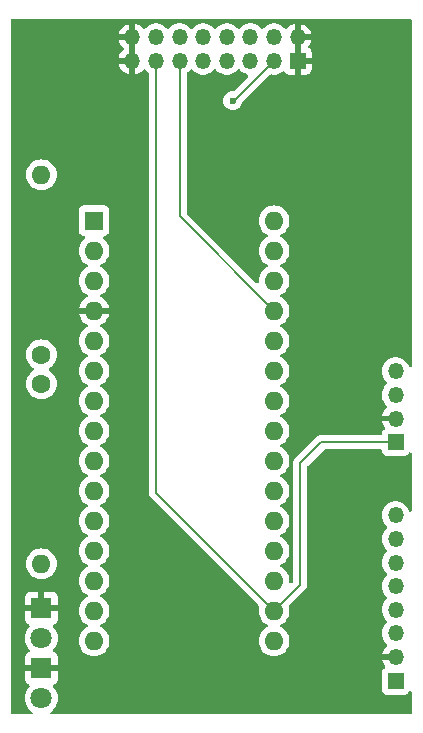
<source format=gbr>
%TF.GenerationSoftware,KiCad,Pcbnew,8.0.8*%
%TF.CreationDate,2025-01-20T01:16:46+01:00*%
%TF.ProjectId,NANO_MPU_SD_2Layers,4e414e4f-5f4d-4505-955f-53445f324c61,rev?*%
%TF.SameCoordinates,Original*%
%TF.FileFunction,Copper,L2,Bot*%
%TF.FilePolarity,Positive*%
%FSLAX46Y46*%
G04 Gerber Fmt 4.6, Leading zero omitted, Abs format (unit mm)*
G04 Created by KiCad (PCBNEW 8.0.8) date 2025-01-20 01:16:46*
%MOMM*%
%LPD*%
G01*
G04 APERTURE LIST*
%TA.AperFunction,ComponentPad*%
%ADD10R,1.800000X1.800000*%
%TD*%
%TA.AperFunction,ComponentPad*%
%ADD11C,1.800000*%
%TD*%
%TA.AperFunction,ComponentPad*%
%ADD12C,1.600000*%
%TD*%
%TA.AperFunction,ComponentPad*%
%ADD13O,1.600000X1.600000*%
%TD*%
%TA.AperFunction,ComponentPad*%
%ADD14R,1.350000X1.350000*%
%TD*%
%TA.AperFunction,ComponentPad*%
%ADD15O,1.350000X1.350000*%
%TD*%
%TA.AperFunction,ComponentPad*%
%ADD16R,1.600000X1.600000*%
%TD*%
%TA.AperFunction,ViaPad*%
%ADD17C,0.600000*%
%TD*%
%TA.AperFunction,Conductor*%
%ADD18C,0.200000*%
%TD*%
G04 APERTURE END LIST*
D10*
%TO.P,D2,1,K*%
%TO.N,GND*%
X53100000Y-105530000D03*
D11*
%TO.P,D2,2,A*%
%TO.N,Net-(D2-A)*%
X53100000Y-108070000D03*
%TD*%
%TO.P,D1,2,A*%
%TO.N,Net-(D1-A)*%
X53100000Y-103000000D03*
D10*
%TO.P,D1,1,K*%
%TO.N,GND*%
X53100000Y-100460000D03*
%TD*%
D12*
%TO.P,R2,1*%
%TO.N,Net-(A1-D5)*%
X53100000Y-81460000D03*
D13*
%TO.P,R2,2*%
%TO.N,Net-(D1-A)*%
X53100000Y-96700000D03*
%TD*%
D14*
%TO.P,J2,1,ePin_b2*%
%TO.N,GND*%
X74800000Y-54100000D03*
D15*
%TO.P,J2,2,ePin_a2*%
X74800000Y-52100000D03*
%TO.P,J2,3,eePin_b4*%
%TO.N,Net-(A1-D12)*%
X72800000Y-54100000D03*
%TO.P,J2,4,ePin_a4*%
X72800000Y-52100000D03*
%TO.P,J2,5,ePin_b6*%
%TO.N,Net-(A1-D13)*%
X70800000Y-54100000D03*
%TO.P,J2,6,ePin_a6*%
X70800000Y-52100000D03*
%TO.P,J2,7,ePin_b8*%
%TO.N,Net-(A1-D11)*%
X68800000Y-54100000D03*
%TO.P,J2,8,ePin_a8*%
X68800000Y-52100000D03*
%TO.P,J2,9,ePin_b10*%
%TO.N,Net-(A1-D10)*%
X66800000Y-54100000D03*
%TO.P,J2,10,ePin_a10*%
X66800000Y-52100000D03*
%TO.P,J2,11,ePin_b12*%
%TO.N,+5V*%
X64800000Y-54100000D03*
%TO.P,J2,12,ePin_a12*%
X64800000Y-52100000D03*
%TO.P,J2,13,Pin_b14*%
%TO.N,+3.3V*%
X62800000Y-54100000D03*
%TO.P,J2,14,ePin_a14*%
X62800000Y-52100000D03*
%TO.P,J2,15,ePin_b16*%
%TO.N,GND*%
X60800000Y-54100000D03*
%TO.P,J2,16,ePin_a16*%
X60800000Y-52100000D03*
%TD*%
D16*
%TO.P,A1,1,D1/TX*%
%TO.N,unconnected-(A1-D1{slash}TX-Pad1)*%
X57560000Y-67660000D03*
D13*
%TO.P,A1,2,D0/RX*%
%TO.N,unconnected-(A1-D0{slash}RX-Pad2)*%
X57560000Y-70200000D03*
%TO.P,A1,3,~{RESET}*%
%TO.N,unconnected-(A1-~{RESET}-Pad3)*%
X57560000Y-72740000D03*
%TO.P,A1,4,GND*%
%TO.N,GND*%
X57560000Y-75280000D03*
%TO.P,A1,5,D2*%
%TO.N,unconnected-(A1-D2-Pad5)*%
X57560000Y-77820000D03*
%TO.P,A1,6,D3*%
%TO.N,Net-(A1-D3)*%
X57560000Y-80360000D03*
%TO.P,A1,7,D4*%
%TO.N,unconnected-(A1-D4-Pad7)*%
X57560000Y-82900000D03*
%TO.P,A1,8,D5*%
%TO.N,Net-(A1-D5)*%
X57560000Y-85440000D03*
%TO.P,A1,9,D6*%
%TO.N,unconnected-(A1-D6-Pad9)*%
X57560000Y-87980000D03*
%TO.P,A1,10,D7*%
%TO.N,unconnected-(A1-D7-Pad10)*%
X57560000Y-90520000D03*
%TO.P,A1,11,D8*%
%TO.N,unconnected-(A1-D8-Pad11)*%
X57560000Y-93060000D03*
%TO.P,A1,12,D9*%
%TO.N,unconnected-(A1-D9-Pad12)*%
X57560000Y-95600000D03*
%TO.P,A1,13,D10*%
%TO.N,Net-(A1-D10)*%
X57560000Y-98140000D03*
%TO.P,A1,14,D11*%
%TO.N,Net-(A1-D11)*%
X57560000Y-100680000D03*
%TO.P,A1,15,D12*%
%TO.N,Net-(A1-D12)*%
X57560000Y-103220000D03*
%TO.P,A1,16,D13*%
%TO.N,Net-(A1-D13)*%
X72800000Y-103220000D03*
%TO.P,A1,17,3V3*%
%TO.N,+3.3V*%
X72800000Y-100680000D03*
%TO.P,A1,18,AREF*%
%TO.N,unconnected-(A1-AREF-Pad18)*%
X72800000Y-98140000D03*
%TO.P,A1,19,A0*%
%TO.N,unconnected-(A1-A0-Pad19)*%
X72800000Y-95600000D03*
%TO.P,A1,20,A1*%
%TO.N,unconnected-(A1-A1-Pad20)*%
X72800000Y-93060000D03*
%TO.P,A1,21,A2*%
%TO.N,unconnected-(A1-A2-Pad21)*%
X72800000Y-90520000D03*
%TO.P,A1,22,A3*%
%TO.N,unconnected-(A1-A3-Pad22)*%
X72800000Y-87980000D03*
%TO.P,A1,23,A4*%
%TO.N,Net-(A1-A4)*%
X72800000Y-85440000D03*
%TO.P,A1,24,A5*%
%TO.N,Net-(A1-A5)*%
X72800000Y-82900000D03*
%TO.P,A1,25,A6*%
%TO.N,unconnected-(A1-A6-Pad25)*%
X72800000Y-80360000D03*
%TO.P,A1,26,A7*%
%TO.N,unconnected-(A1-A7-Pad26)*%
X72800000Y-77820000D03*
%TO.P,A1,27,+5V*%
%TO.N,+5V*%
X72800000Y-75280000D03*
%TO.P,A1,28,~{RESET}*%
%TO.N,unconnected-(A1-~{RESET}-Pad28)*%
X72800000Y-72740000D03*
%TO.P,A1,29,GND*%
%TO.N,unconnected-(A1-GND-Pad29)*%
X72800000Y-70200000D03*
%TO.P,A1,30,VIN*%
%TO.N,unconnected-(A1-VIN-Pad30)*%
X72800000Y-67660000D03*
%TD*%
D14*
%TO.P,J3,1,Pin_1*%
%TO.N,+3.3V*%
X83100000Y-86400000D03*
D15*
%TO.P,J3,2,Pin_2*%
%TO.N,GND*%
X83100000Y-84400000D03*
%TO.P,J3,3,Pin_3*%
%TO.N,Net-(A1-A5)*%
X83100000Y-82400000D03*
%TO.P,J3,4,Pin_4*%
%TO.N,Net-(A1-A4)*%
X83100000Y-80400000D03*
%TD*%
D14*
%TO.P,J1,1,Pin_1*%
%TO.N,+3.3V*%
X83100000Y-106600000D03*
D15*
%TO.P,J1,2,Pin_2*%
%TO.N,GND*%
X83100000Y-104600000D03*
%TO.P,J1,3,Pin_3*%
%TO.N,Net-(A1-A5)*%
X83100000Y-102600000D03*
%TO.P,J1,4,Pin_4*%
%TO.N,Net-(A1-A4)*%
X83100000Y-100600000D03*
%TO.P,J1,5,Pin_5*%
%TO.N,unconnected-(J1-Pin_5-Pad5)*%
X83100000Y-98600000D03*
%TO.P,J1,6,Pin_6*%
%TO.N,unconnected-(J1-Pin_6-Pad6)*%
X83100000Y-96600000D03*
%TO.P,J1,7,Pin_7*%
%TO.N,unconnected-(J1-Pin_7-Pad7)*%
X83100000Y-94600000D03*
%TO.P,J1,8,Pin_8*%
%TO.N,unconnected-(J1-Pin_8-Pad8)*%
X83100000Y-92600000D03*
%TD*%
D12*
%TO.P,R1,1*%
%TO.N,Net-(D2-A)*%
X53100000Y-79000000D03*
D13*
%TO.P,R1,2*%
%TO.N,Net-(A1-D3)*%
X53100000Y-63760000D03*
%TD*%
D17*
%TO.N,Net-(A1-D12)*%
X69300000Y-57486930D03*
%TD*%
D18*
%TO.N,+3.3V*%
X72800000Y-100680000D02*
X75000000Y-98480000D01*
X62800000Y-90680000D02*
X72800000Y-100680000D01*
X62800000Y-54100000D02*
X62800000Y-90680000D01*
X75000000Y-98480000D02*
X75000000Y-88200000D01*
X76800000Y-86400000D02*
X75000000Y-88200000D01*
X83100000Y-86400000D02*
X76800000Y-86400000D01*
%TO.N,+5V*%
X64800000Y-54100000D02*
X64800000Y-67280000D01*
X64800000Y-67280000D02*
X72800000Y-75280000D01*
%TO.N,Net-(A1-D12)*%
X72800000Y-54100000D02*
X69413070Y-57486930D01*
X69413070Y-57486930D02*
X69300000Y-57486930D01*
%TD*%
%TA.AperFunction,Conductor*%
%TO.N,GND*%
G36*
X84392539Y-50570185D02*
G01*
X84438294Y-50622989D01*
X84449500Y-50674500D01*
X84449500Y-79958643D01*
X84429815Y-80025682D01*
X84377011Y-80071437D01*
X84307853Y-80081381D01*
X84244297Y-80052356D01*
X84206523Y-79993578D01*
X84206234Y-79992577D01*
X84200819Y-79973545D01*
X84200816Y-79973539D01*
X84193399Y-79958643D01*
X84103712Y-79778528D01*
X83972427Y-79604678D01*
X83811432Y-79457912D01*
X83811428Y-79457909D01*
X83811423Y-79457906D01*
X83626213Y-79343229D01*
X83626207Y-79343226D01*
X83541113Y-79310260D01*
X83423069Y-79264530D01*
X83208926Y-79224500D01*
X82991074Y-79224500D01*
X82776931Y-79264530D01*
X82728130Y-79283435D01*
X82573792Y-79343226D01*
X82573786Y-79343229D01*
X82388576Y-79457906D01*
X82388566Y-79457913D01*
X82227574Y-79604676D01*
X82096288Y-79778527D01*
X81999184Y-79973537D01*
X81999183Y-79973541D01*
X81953726Y-80133308D01*
X81939564Y-80183081D01*
X81919464Y-80399999D01*
X81919464Y-80400000D01*
X81939564Y-80616918D01*
X81939564Y-80616920D01*
X81939565Y-80616923D01*
X81993767Y-80807423D01*
X81999184Y-80826462D01*
X82096288Y-81021472D01*
X82227574Y-81195324D01*
X82351572Y-81308363D01*
X82387854Y-81368074D01*
X82386093Y-81437922D01*
X82351572Y-81491637D01*
X82227574Y-81604675D01*
X82096288Y-81778527D01*
X81999184Y-81973537D01*
X81939564Y-82183081D01*
X81919464Y-82399999D01*
X81919464Y-82400000D01*
X81939564Y-82616918D01*
X81939564Y-82616920D01*
X81939565Y-82616923D01*
X81981830Y-82765468D01*
X81999184Y-82826462D01*
X82096288Y-83021472D01*
X82227574Y-83195324D01*
X82351944Y-83308701D01*
X82388226Y-83368412D01*
X82386465Y-83438259D01*
X82351944Y-83491975D01*
X82227945Y-83605013D01*
X82096715Y-83778791D01*
X81999651Y-83973719D01*
X81949494Y-84149999D01*
X81949495Y-84150000D01*
X82784314Y-84150000D01*
X82779920Y-84154394D01*
X82727259Y-84245606D01*
X82700000Y-84347339D01*
X82700000Y-84452661D01*
X82727259Y-84554394D01*
X82779920Y-84645606D01*
X82784314Y-84650000D01*
X81949495Y-84650000D01*
X81999651Y-84826280D01*
X82096715Y-85021208D01*
X82178147Y-85129042D01*
X82202839Y-85194404D01*
X82188274Y-85262738D01*
X82153505Y-85303035D01*
X82067452Y-85367455D01*
X81981206Y-85482664D01*
X81981202Y-85482671D01*
X81930908Y-85617517D01*
X81924501Y-85677116D01*
X81924322Y-85680452D01*
X81923065Y-85680384D01*
X81904815Y-85742539D01*
X81852011Y-85788294D01*
X81800500Y-85799500D01*
X76720940Y-85799500D01*
X76680019Y-85810464D01*
X76680019Y-85810465D01*
X76642751Y-85820451D01*
X76568214Y-85840423D01*
X76568209Y-85840426D01*
X76431290Y-85919475D01*
X76431282Y-85919481D01*
X74519479Y-87831284D01*
X74499118Y-87866551D01*
X74490512Y-87881459D01*
X74440423Y-87968215D01*
X74399499Y-88120943D01*
X74399499Y-88120945D01*
X74399499Y-88289046D01*
X74399500Y-88289059D01*
X74399500Y-98179902D01*
X74379815Y-98246941D01*
X74363180Y-98267584D01*
X74309427Y-98321336D01*
X74248104Y-98354820D01*
X74178412Y-98349835D01*
X74122479Y-98307964D01*
X74098063Y-98242499D01*
X74098218Y-98222857D01*
X74105468Y-98140000D01*
X74085635Y-97913308D01*
X74026739Y-97693504D01*
X73930568Y-97487266D01*
X73800047Y-97300861D01*
X73800045Y-97300858D01*
X73639141Y-97139954D01*
X73452734Y-97009432D01*
X73452728Y-97009429D01*
X73394725Y-96982382D01*
X73342285Y-96936210D01*
X73323133Y-96869017D01*
X73343348Y-96802135D01*
X73394725Y-96757618D01*
X73452734Y-96730568D01*
X73639139Y-96600047D01*
X73800047Y-96439139D01*
X73930568Y-96252734D01*
X74026739Y-96046496D01*
X74085635Y-95826692D01*
X74105468Y-95600000D01*
X74085635Y-95373308D01*
X74026739Y-95153504D01*
X73930568Y-94947266D01*
X73800047Y-94760861D01*
X73800045Y-94760858D01*
X73639141Y-94599954D01*
X73452734Y-94469432D01*
X73452728Y-94469429D01*
X73394725Y-94442382D01*
X73342285Y-94396210D01*
X73323133Y-94329017D01*
X73343348Y-94262135D01*
X73394725Y-94217618D01*
X73452734Y-94190568D01*
X73639139Y-94060047D01*
X73800047Y-93899139D01*
X73930568Y-93712734D01*
X74026739Y-93506496D01*
X74085635Y-93286692D01*
X74105468Y-93060000D01*
X74085635Y-92833308D01*
X74026739Y-92613504D01*
X73930568Y-92407266D01*
X73800047Y-92220861D01*
X73800045Y-92220858D01*
X73639141Y-92059954D01*
X73452734Y-91929432D01*
X73452728Y-91929429D01*
X73394725Y-91902382D01*
X73342285Y-91856210D01*
X73323133Y-91789017D01*
X73343348Y-91722135D01*
X73394725Y-91677618D01*
X73452734Y-91650568D01*
X73639139Y-91520047D01*
X73800047Y-91359139D01*
X73930568Y-91172734D01*
X74026739Y-90966496D01*
X74085635Y-90746692D01*
X74105468Y-90520000D01*
X74085635Y-90293308D01*
X74026739Y-90073504D01*
X73930568Y-89867266D01*
X73800047Y-89680861D01*
X73800045Y-89680858D01*
X73639141Y-89519954D01*
X73452734Y-89389432D01*
X73452728Y-89389429D01*
X73394725Y-89362382D01*
X73342285Y-89316210D01*
X73323133Y-89249017D01*
X73343348Y-89182135D01*
X73394725Y-89137618D01*
X73452734Y-89110568D01*
X73639139Y-88980047D01*
X73800047Y-88819139D01*
X73930568Y-88632734D01*
X74026739Y-88426496D01*
X74085635Y-88206692D01*
X74105468Y-87980000D01*
X74085635Y-87753308D01*
X74026739Y-87533504D01*
X73930568Y-87327266D01*
X73800047Y-87140861D01*
X73800045Y-87140858D01*
X73639141Y-86979954D01*
X73452734Y-86849432D01*
X73452728Y-86849429D01*
X73394725Y-86822382D01*
X73342285Y-86776210D01*
X73323133Y-86709017D01*
X73343348Y-86642135D01*
X73394725Y-86597618D01*
X73452734Y-86570568D01*
X73639139Y-86440047D01*
X73800047Y-86279139D01*
X73930568Y-86092734D01*
X74026739Y-85886496D01*
X74085635Y-85666692D01*
X74105468Y-85440000D01*
X74085635Y-85213308D01*
X74026739Y-84993504D01*
X73930568Y-84787266D01*
X73800047Y-84600861D01*
X73800045Y-84600858D01*
X73639141Y-84439954D01*
X73452734Y-84309432D01*
X73452728Y-84309429D01*
X73394725Y-84282382D01*
X73342285Y-84236210D01*
X73323133Y-84169017D01*
X73343348Y-84102135D01*
X73394725Y-84057618D01*
X73452734Y-84030568D01*
X73639139Y-83900047D01*
X73800047Y-83739139D01*
X73930568Y-83552734D01*
X74026739Y-83346496D01*
X74085635Y-83126692D01*
X74105468Y-82900000D01*
X74085635Y-82673308D01*
X74026739Y-82453504D01*
X73930568Y-82247266D01*
X73800047Y-82060861D01*
X73800045Y-82060858D01*
X73639141Y-81899954D01*
X73452734Y-81769432D01*
X73452728Y-81769429D01*
X73394725Y-81742382D01*
X73342285Y-81696210D01*
X73323133Y-81629017D01*
X73343348Y-81562135D01*
X73394725Y-81517618D01*
X73452734Y-81490568D01*
X73639139Y-81360047D01*
X73800047Y-81199139D01*
X73930568Y-81012734D01*
X74026739Y-80806496D01*
X74085635Y-80586692D01*
X74105468Y-80360000D01*
X74085635Y-80133308D01*
X74026739Y-79913504D01*
X73930568Y-79707266D01*
X73800047Y-79520861D01*
X73800045Y-79520858D01*
X73639141Y-79359954D01*
X73452734Y-79229432D01*
X73452728Y-79229429D01*
X73394725Y-79202382D01*
X73342285Y-79156210D01*
X73323133Y-79089017D01*
X73343348Y-79022135D01*
X73394725Y-78977618D01*
X73452734Y-78950568D01*
X73639139Y-78820047D01*
X73800047Y-78659139D01*
X73930568Y-78472734D01*
X74026739Y-78266496D01*
X74085635Y-78046692D01*
X74105468Y-77820000D01*
X74085635Y-77593308D01*
X74026739Y-77373504D01*
X73930568Y-77167266D01*
X73800047Y-76980861D01*
X73800045Y-76980858D01*
X73639141Y-76819954D01*
X73452734Y-76689432D01*
X73452728Y-76689429D01*
X73394725Y-76662382D01*
X73342285Y-76616210D01*
X73323133Y-76549017D01*
X73343348Y-76482135D01*
X73394725Y-76437618D01*
X73395319Y-76437341D01*
X73452734Y-76410568D01*
X73639139Y-76280047D01*
X73800047Y-76119139D01*
X73930568Y-75932734D01*
X74026739Y-75726496D01*
X74085635Y-75506692D01*
X74105468Y-75280000D01*
X74085635Y-75053308D01*
X74026739Y-74833504D01*
X73930568Y-74627266D01*
X73800047Y-74440861D01*
X73800045Y-74440858D01*
X73639141Y-74279954D01*
X73452734Y-74149432D01*
X73452728Y-74149429D01*
X73394725Y-74122382D01*
X73342285Y-74076210D01*
X73323133Y-74009017D01*
X73343348Y-73942135D01*
X73394725Y-73897618D01*
X73452734Y-73870568D01*
X73639139Y-73740047D01*
X73800047Y-73579139D01*
X73930568Y-73392734D01*
X74026739Y-73186496D01*
X74085635Y-72966692D01*
X74105468Y-72740000D01*
X74085635Y-72513308D01*
X74026739Y-72293504D01*
X73930568Y-72087266D01*
X73800047Y-71900861D01*
X73800045Y-71900858D01*
X73639141Y-71739954D01*
X73452734Y-71609432D01*
X73452728Y-71609429D01*
X73394725Y-71582382D01*
X73342285Y-71536210D01*
X73323133Y-71469017D01*
X73343348Y-71402135D01*
X73394725Y-71357618D01*
X73452734Y-71330568D01*
X73639139Y-71200047D01*
X73800047Y-71039139D01*
X73930568Y-70852734D01*
X74026739Y-70646496D01*
X74085635Y-70426692D01*
X74105468Y-70200000D01*
X74085635Y-69973308D01*
X74026739Y-69753504D01*
X73930568Y-69547266D01*
X73800047Y-69360861D01*
X73800045Y-69360858D01*
X73639141Y-69199954D01*
X73452734Y-69069432D01*
X73452728Y-69069429D01*
X73394725Y-69042382D01*
X73342285Y-68996210D01*
X73323133Y-68929017D01*
X73343348Y-68862135D01*
X73394725Y-68817618D01*
X73452734Y-68790568D01*
X73639139Y-68660047D01*
X73800047Y-68499139D01*
X73930568Y-68312734D01*
X74026739Y-68106496D01*
X74085635Y-67886692D01*
X74105468Y-67660000D01*
X74085635Y-67433308D01*
X74026739Y-67213504D01*
X73930568Y-67007266D01*
X73800047Y-66820861D01*
X73800045Y-66820858D01*
X73639141Y-66659954D01*
X73452734Y-66529432D01*
X73452732Y-66529431D01*
X73246497Y-66433261D01*
X73246488Y-66433258D01*
X73026697Y-66374366D01*
X73026693Y-66374365D01*
X73026692Y-66374365D01*
X73026691Y-66374364D01*
X73026686Y-66374364D01*
X72800002Y-66354532D01*
X72799998Y-66354532D01*
X72573313Y-66374364D01*
X72573302Y-66374366D01*
X72353511Y-66433258D01*
X72353502Y-66433261D01*
X72147267Y-66529431D01*
X72147265Y-66529432D01*
X71960858Y-66659954D01*
X71799954Y-66820858D01*
X71669432Y-67007265D01*
X71669431Y-67007267D01*
X71573261Y-67213502D01*
X71573258Y-67213511D01*
X71514366Y-67433302D01*
X71514364Y-67433313D01*
X71494532Y-67659998D01*
X71494532Y-67660001D01*
X71514364Y-67886686D01*
X71514366Y-67886697D01*
X71573258Y-68106488D01*
X71573261Y-68106497D01*
X71669431Y-68312732D01*
X71669432Y-68312734D01*
X71799954Y-68499141D01*
X71960858Y-68660045D01*
X71960861Y-68660047D01*
X72147266Y-68790568D01*
X72205275Y-68817618D01*
X72257714Y-68863791D01*
X72276866Y-68930984D01*
X72256650Y-68997865D01*
X72205275Y-69042382D01*
X72147267Y-69069431D01*
X72147265Y-69069432D01*
X71960858Y-69199954D01*
X71799954Y-69360858D01*
X71669432Y-69547265D01*
X71669431Y-69547267D01*
X71573261Y-69753502D01*
X71573258Y-69753511D01*
X71514366Y-69973302D01*
X71514364Y-69973313D01*
X71494532Y-70199998D01*
X71494532Y-70200001D01*
X71514364Y-70426686D01*
X71514366Y-70426697D01*
X71573258Y-70646488D01*
X71573261Y-70646497D01*
X71669431Y-70852732D01*
X71669432Y-70852734D01*
X71799954Y-71039141D01*
X71960858Y-71200045D01*
X71960861Y-71200047D01*
X72147266Y-71330568D01*
X72205275Y-71357618D01*
X72257714Y-71403791D01*
X72276866Y-71470984D01*
X72256650Y-71537865D01*
X72205275Y-71582382D01*
X72147267Y-71609431D01*
X72147265Y-71609432D01*
X71960858Y-71739954D01*
X71799954Y-71900858D01*
X71669432Y-72087265D01*
X71669431Y-72087267D01*
X71573261Y-72293502D01*
X71573258Y-72293511D01*
X71514366Y-72513302D01*
X71514364Y-72513313D01*
X71494532Y-72739998D01*
X71494532Y-72740002D01*
X71501780Y-72822848D01*
X71488013Y-72891348D01*
X71439398Y-72941531D01*
X71371369Y-72957464D01*
X71305526Y-72934089D01*
X71290571Y-72921336D01*
X65436819Y-67067584D01*
X65403334Y-67006261D01*
X65400500Y-66979903D01*
X65400500Y-55179840D01*
X65420185Y-55112801D01*
X65459220Y-55074415D01*
X65511432Y-55042088D01*
X65672427Y-54895322D01*
X65701047Y-54857422D01*
X65757153Y-54815787D01*
X65826865Y-54811094D01*
X65888048Y-54844836D01*
X65898946Y-54857414D01*
X65927573Y-54895322D01*
X66088568Y-55042088D01*
X66088575Y-55042092D01*
X66088576Y-55042093D01*
X66273786Y-55156770D01*
X66273792Y-55156773D01*
X66296664Y-55165633D01*
X66476931Y-55235470D01*
X66691074Y-55275500D01*
X66691076Y-55275500D01*
X66908924Y-55275500D01*
X66908926Y-55275500D01*
X67123069Y-55235470D01*
X67326210Y-55156772D01*
X67511432Y-55042088D01*
X67672427Y-54895322D01*
X67701047Y-54857422D01*
X67757153Y-54815787D01*
X67826865Y-54811094D01*
X67888048Y-54844836D01*
X67898946Y-54857414D01*
X67927573Y-54895322D01*
X68088568Y-55042088D01*
X68088575Y-55042092D01*
X68088576Y-55042093D01*
X68273786Y-55156770D01*
X68273792Y-55156773D01*
X68296664Y-55165633D01*
X68476931Y-55235470D01*
X68691074Y-55275500D01*
X68691076Y-55275500D01*
X68908924Y-55275500D01*
X68908926Y-55275500D01*
X69123069Y-55235470D01*
X69326210Y-55156772D01*
X69511432Y-55042088D01*
X69672427Y-54895322D01*
X69701047Y-54857422D01*
X69757153Y-54815787D01*
X69826865Y-54811094D01*
X69888048Y-54844836D01*
X69898946Y-54857414D01*
X69927573Y-54895322D01*
X70088568Y-55042088D01*
X70088575Y-55042092D01*
X70088576Y-55042093D01*
X70273786Y-55156770D01*
X70273792Y-55156773D01*
X70302159Y-55167762D01*
X70476931Y-55235470D01*
X70530767Y-55245533D01*
X70593046Y-55277199D01*
X70628320Y-55337511D01*
X70625387Y-55407319D01*
X70595662Y-55455102D01*
X69404596Y-56646167D01*
X69343273Y-56679652D01*
X69303035Y-56681706D01*
X69300000Y-56681365D01*
X69299999Y-56681365D01*
X69299996Y-56681365D01*
X69120750Y-56701560D01*
X69120745Y-56701561D01*
X68950476Y-56761141D01*
X68797737Y-56857114D01*
X68670184Y-56984667D01*
X68574211Y-57137406D01*
X68514631Y-57307675D01*
X68514630Y-57307680D01*
X68494435Y-57486926D01*
X68494435Y-57486933D01*
X68514630Y-57666179D01*
X68514631Y-57666184D01*
X68574211Y-57836453D01*
X68670184Y-57989192D01*
X68797738Y-58116746D01*
X68950478Y-58212719D01*
X69120745Y-58272298D01*
X69120750Y-58272299D01*
X69299996Y-58292495D01*
X69300000Y-58292495D01*
X69300004Y-58292495D01*
X69479249Y-58272299D01*
X69479252Y-58272298D01*
X69479255Y-58272298D01*
X69649522Y-58212719D01*
X69802262Y-58116746D01*
X69929816Y-57989192D01*
X70025789Y-57836452D01*
X70077269Y-57689327D01*
X70106627Y-57642606D01*
X72461747Y-55287486D01*
X72523068Y-55254003D01*
X72572206Y-55253280D01*
X72691074Y-55275500D01*
X72691076Y-55275500D01*
X72908924Y-55275500D01*
X72908926Y-55275500D01*
X73123069Y-55235470D01*
X73326210Y-55156772D01*
X73511432Y-55042088D01*
X73522779Y-55031743D01*
X73585579Y-55001125D01*
X73654966Y-55009319D01*
X73705585Y-55049067D01*
X73767809Y-55132187D01*
X73767812Y-55132190D01*
X73882906Y-55218350D01*
X73882913Y-55218354D01*
X74017620Y-55268596D01*
X74017627Y-55268598D01*
X74077155Y-55274999D01*
X74077172Y-55275000D01*
X74550000Y-55275000D01*
X74550000Y-54415686D01*
X74554394Y-54420080D01*
X74645606Y-54472741D01*
X74747339Y-54500000D01*
X74852661Y-54500000D01*
X74954394Y-54472741D01*
X75045606Y-54420080D01*
X75050000Y-54415686D01*
X75050000Y-55275000D01*
X75522828Y-55275000D01*
X75522844Y-55274999D01*
X75582372Y-55268598D01*
X75582379Y-55268596D01*
X75717086Y-55218354D01*
X75717093Y-55218350D01*
X75832187Y-55132190D01*
X75832190Y-55132187D01*
X75918350Y-55017093D01*
X75918354Y-55017086D01*
X75968596Y-54882379D01*
X75968598Y-54882372D01*
X75974999Y-54822844D01*
X75975000Y-54822827D01*
X75975000Y-54350000D01*
X75115686Y-54350000D01*
X75120080Y-54345606D01*
X75172741Y-54254394D01*
X75200000Y-54152661D01*
X75200000Y-54047339D01*
X75172741Y-53945606D01*
X75120080Y-53854394D01*
X75115686Y-53850000D01*
X75975000Y-53850000D01*
X75975000Y-53377172D01*
X75974999Y-53377155D01*
X75968598Y-53317627D01*
X75968596Y-53317620D01*
X75918354Y-53182913D01*
X75918350Y-53182906D01*
X75832190Y-53067812D01*
X75746193Y-53003434D01*
X75704323Y-52947500D01*
X75699339Y-52877808D01*
X75721551Y-52829441D01*
X75803284Y-52721208D01*
X75900348Y-52526280D01*
X75950505Y-52350000D01*
X75115686Y-52350000D01*
X75120080Y-52345606D01*
X75172741Y-52254394D01*
X75200000Y-52152661D01*
X75200000Y-52047339D01*
X75172741Y-51945606D01*
X75120080Y-51854394D01*
X75115686Y-51850000D01*
X75950505Y-51850000D01*
X75950505Y-51849999D01*
X75900348Y-51673719D01*
X75803284Y-51478791D01*
X75672054Y-51305014D01*
X75511131Y-51158314D01*
X75325987Y-51043677D01*
X75325985Y-51043676D01*
X75122931Y-50965013D01*
X75122921Y-50965010D01*
X75050001Y-50951378D01*
X75050000Y-50951379D01*
X75050000Y-51784314D01*
X75045606Y-51779920D01*
X74954394Y-51727259D01*
X74852661Y-51700000D01*
X74747339Y-51700000D01*
X74645606Y-51727259D01*
X74554394Y-51779920D01*
X74550000Y-51784314D01*
X74550000Y-50951379D01*
X74549998Y-50951378D01*
X74477078Y-50965010D01*
X74477068Y-50965013D01*
X74274014Y-51043676D01*
X74274012Y-51043677D01*
X74088869Y-51158314D01*
X74088868Y-51158314D01*
X73927945Y-51305014D01*
X73899267Y-51342990D01*
X73843157Y-51384626D01*
X73773445Y-51389317D01*
X73712264Y-51355575D01*
X73701359Y-51342990D01*
X73692547Y-51331321D01*
X73672427Y-51304678D01*
X73511432Y-51157912D01*
X73511428Y-51157909D01*
X73511423Y-51157906D01*
X73326213Y-51043229D01*
X73326207Y-51043226D01*
X73241113Y-51010260D01*
X73123069Y-50964530D01*
X72908926Y-50924500D01*
X72691074Y-50924500D01*
X72476931Y-50964530D01*
X72428130Y-50983435D01*
X72273792Y-51043226D01*
X72273786Y-51043229D01*
X72088576Y-51157906D01*
X72088566Y-51157913D01*
X71927573Y-51304676D01*
X71898953Y-51342576D01*
X71842844Y-51384211D01*
X71773132Y-51388902D01*
X71711950Y-51355159D01*
X71701047Y-51342576D01*
X71672426Y-51304676D01*
X71511433Y-51157913D01*
X71511423Y-51157906D01*
X71326213Y-51043229D01*
X71326207Y-51043226D01*
X71241113Y-51010260D01*
X71123069Y-50964530D01*
X70908926Y-50924500D01*
X70691074Y-50924500D01*
X70476931Y-50964530D01*
X70428130Y-50983435D01*
X70273792Y-51043226D01*
X70273786Y-51043229D01*
X70088576Y-51157906D01*
X70088566Y-51157913D01*
X69927573Y-51304676D01*
X69898953Y-51342576D01*
X69842844Y-51384211D01*
X69773132Y-51388902D01*
X69711950Y-51355159D01*
X69701047Y-51342576D01*
X69672426Y-51304676D01*
X69511433Y-51157913D01*
X69511423Y-51157906D01*
X69326213Y-51043229D01*
X69326207Y-51043226D01*
X69241113Y-51010260D01*
X69123069Y-50964530D01*
X68908926Y-50924500D01*
X68691074Y-50924500D01*
X68476931Y-50964530D01*
X68428130Y-50983435D01*
X68273792Y-51043226D01*
X68273786Y-51043229D01*
X68088576Y-51157906D01*
X68088566Y-51157913D01*
X67927573Y-51304676D01*
X67898953Y-51342576D01*
X67842844Y-51384211D01*
X67773132Y-51388902D01*
X67711950Y-51355159D01*
X67701047Y-51342576D01*
X67672426Y-51304676D01*
X67511433Y-51157913D01*
X67511423Y-51157906D01*
X67326213Y-51043229D01*
X67326207Y-51043226D01*
X67241113Y-51010260D01*
X67123069Y-50964530D01*
X66908926Y-50924500D01*
X66691074Y-50924500D01*
X66476931Y-50964530D01*
X66428130Y-50983435D01*
X66273792Y-51043226D01*
X66273786Y-51043229D01*
X66088576Y-51157906D01*
X66088566Y-51157913D01*
X65927573Y-51304676D01*
X65898953Y-51342576D01*
X65842844Y-51384211D01*
X65773132Y-51388902D01*
X65711950Y-51355159D01*
X65701047Y-51342576D01*
X65672426Y-51304676D01*
X65511433Y-51157913D01*
X65511423Y-51157906D01*
X65326213Y-51043229D01*
X65326207Y-51043226D01*
X65241113Y-51010260D01*
X65123069Y-50964530D01*
X64908926Y-50924500D01*
X64691074Y-50924500D01*
X64476931Y-50964530D01*
X64428130Y-50983435D01*
X64273792Y-51043226D01*
X64273786Y-51043229D01*
X64088576Y-51157906D01*
X64088566Y-51157913D01*
X63927573Y-51304676D01*
X63898953Y-51342576D01*
X63842844Y-51384211D01*
X63773132Y-51388902D01*
X63711950Y-51355159D01*
X63701047Y-51342576D01*
X63672426Y-51304676D01*
X63511433Y-51157913D01*
X63511423Y-51157906D01*
X63326213Y-51043229D01*
X63326207Y-51043226D01*
X63241113Y-51010260D01*
X63123069Y-50964530D01*
X62908926Y-50924500D01*
X62691074Y-50924500D01*
X62476931Y-50964530D01*
X62428130Y-50983435D01*
X62273792Y-51043226D01*
X62273786Y-51043229D01*
X62088576Y-51157906D01*
X62088566Y-51157913D01*
X61927574Y-51304676D01*
X61898640Y-51342991D01*
X61842530Y-51384627D01*
X61772818Y-51389318D01*
X61711637Y-51355576D01*
X61700731Y-51342990D01*
X61672051Y-51305011D01*
X61672050Y-51305010D01*
X61511131Y-51158314D01*
X61325987Y-51043677D01*
X61325985Y-51043676D01*
X61122931Y-50965013D01*
X61122921Y-50965010D01*
X61050001Y-50951378D01*
X61050000Y-50951379D01*
X61050000Y-51784314D01*
X61045606Y-51779920D01*
X60954394Y-51727259D01*
X60852661Y-51700000D01*
X60747339Y-51700000D01*
X60645606Y-51727259D01*
X60554394Y-51779920D01*
X60550000Y-51784314D01*
X60550000Y-50951379D01*
X60549998Y-50951378D01*
X60477078Y-50965010D01*
X60477068Y-50965013D01*
X60274014Y-51043676D01*
X60274012Y-51043677D01*
X60088869Y-51158314D01*
X60088868Y-51158314D01*
X59927945Y-51305014D01*
X59796715Y-51478791D01*
X59699651Y-51673719D01*
X59649494Y-51849999D01*
X59649495Y-51850000D01*
X60484314Y-51850000D01*
X60479920Y-51854394D01*
X60427259Y-51945606D01*
X60400000Y-52047339D01*
X60400000Y-52152661D01*
X60427259Y-52254394D01*
X60479920Y-52345606D01*
X60484314Y-52350000D01*
X59649495Y-52350000D01*
X59699651Y-52526280D01*
X59796715Y-52721208D01*
X59927945Y-52894986D01*
X60052315Y-53008363D01*
X60088597Y-53068074D01*
X60086836Y-53137921D01*
X60052315Y-53191637D01*
X59927945Y-53305013D01*
X59796715Y-53478791D01*
X59699651Y-53673719D01*
X59649494Y-53849999D01*
X59649495Y-53850000D01*
X60484314Y-53850000D01*
X60479920Y-53854394D01*
X60427259Y-53945606D01*
X60400000Y-54047339D01*
X60400000Y-54152661D01*
X60427259Y-54254394D01*
X60479920Y-54345606D01*
X60484314Y-54350000D01*
X59649495Y-54350000D01*
X59699651Y-54526280D01*
X59796715Y-54721208D01*
X59927945Y-54894985D01*
X60088868Y-55041685D01*
X60274012Y-55156322D01*
X60274023Y-55156327D01*
X60477060Y-55234984D01*
X60550000Y-55248619D01*
X60550000Y-54415686D01*
X60554394Y-54420080D01*
X60645606Y-54472741D01*
X60747339Y-54500000D01*
X60852661Y-54500000D01*
X60954394Y-54472741D01*
X61045606Y-54420080D01*
X61050000Y-54415686D01*
X61050000Y-55248619D01*
X61122939Y-55234984D01*
X61325976Y-55156327D01*
X61325987Y-55156322D01*
X61511130Y-55041685D01*
X61511131Y-55041685D01*
X61672055Y-54894984D01*
X61700730Y-54857012D01*
X61756838Y-54815374D01*
X61826550Y-54810681D01*
X61887733Y-54844422D01*
X61898640Y-54857009D01*
X61927574Y-54895323D01*
X62088564Y-55042085D01*
X62088566Y-55042086D01*
X62088568Y-55042088D01*
X62140778Y-55074414D01*
X62187412Y-55126439D01*
X62199500Y-55179840D01*
X62199500Y-90593330D01*
X62199499Y-90593348D01*
X62199499Y-90759054D01*
X62199498Y-90759054D01*
X62240423Y-90911785D01*
X62269358Y-90961900D01*
X62269359Y-90961904D01*
X62269360Y-90961904D01*
X62319479Y-91048714D01*
X62319481Y-91048717D01*
X62438349Y-91167585D01*
X62438355Y-91167590D01*
X71508058Y-100237294D01*
X71541543Y-100298617D01*
X71540152Y-100357068D01*
X71514366Y-100453302D01*
X71514364Y-100453313D01*
X71494532Y-100679998D01*
X71494532Y-100680001D01*
X71514364Y-100906686D01*
X71514366Y-100906697D01*
X71573258Y-101126488D01*
X71573261Y-101126497D01*
X71669431Y-101332732D01*
X71669432Y-101332734D01*
X71799954Y-101519141D01*
X71960858Y-101680045D01*
X71960861Y-101680047D01*
X72147266Y-101810568D01*
X72205275Y-101837618D01*
X72257714Y-101883791D01*
X72276866Y-101950984D01*
X72256650Y-102017865D01*
X72205275Y-102062382D01*
X72147267Y-102089431D01*
X72147265Y-102089432D01*
X71960858Y-102219954D01*
X71799954Y-102380858D01*
X71669432Y-102567265D01*
X71669431Y-102567267D01*
X71573261Y-102773502D01*
X71573258Y-102773511D01*
X71514366Y-102993302D01*
X71514364Y-102993313D01*
X71494532Y-103219998D01*
X71494532Y-103220001D01*
X71514364Y-103446686D01*
X71514366Y-103446697D01*
X71573258Y-103666488D01*
X71573261Y-103666497D01*
X71669431Y-103872732D01*
X71669432Y-103872734D01*
X71799954Y-104059141D01*
X71960858Y-104220045D01*
X71960861Y-104220047D01*
X72147266Y-104350568D01*
X72353504Y-104446739D01*
X72573308Y-104505635D01*
X72735230Y-104519801D01*
X72799998Y-104525468D01*
X72800000Y-104525468D01*
X72800002Y-104525468D01*
X72856673Y-104520509D01*
X73026692Y-104505635D01*
X73246496Y-104446739D01*
X73452734Y-104350568D01*
X73639139Y-104220047D01*
X73800047Y-104059139D01*
X73930568Y-103872734D01*
X74026739Y-103666496D01*
X74085635Y-103446692D01*
X74105468Y-103220000D01*
X74085635Y-102993308D01*
X74026739Y-102773504D01*
X73930568Y-102567266D01*
X73832839Y-102427693D01*
X73800045Y-102380858D01*
X73639141Y-102219954D01*
X73452734Y-102089432D01*
X73452728Y-102089429D01*
X73394725Y-102062382D01*
X73342285Y-102016210D01*
X73323133Y-101949017D01*
X73343348Y-101882135D01*
X73394725Y-101837618D01*
X73452734Y-101810568D01*
X73639139Y-101680047D01*
X73800047Y-101519139D01*
X73930568Y-101332734D01*
X74026739Y-101126496D01*
X74085635Y-100906692D01*
X74105468Y-100680000D01*
X74085635Y-100453308D01*
X74065082Y-100376604D01*
X74059847Y-100357066D01*
X74061510Y-100287217D01*
X74091939Y-100237294D01*
X75368713Y-98960521D01*
X75368716Y-98960520D01*
X75480520Y-98848716D01*
X75530639Y-98761904D01*
X75559577Y-98711785D01*
X75600501Y-98559057D01*
X75600501Y-98400943D01*
X75600501Y-98393348D01*
X75600500Y-98393330D01*
X75600500Y-88500097D01*
X75620185Y-88433058D01*
X75636819Y-88412416D01*
X77012416Y-87036819D01*
X77073739Y-87003334D01*
X77100097Y-87000500D01*
X81800501Y-87000500D01*
X81867540Y-87020185D01*
X81913295Y-87072989D01*
X81923437Y-87119611D01*
X81924099Y-87119576D01*
X81924146Y-87119571D01*
X81924146Y-87119573D01*
X81924324Y-87119564D01*
X81924501Y-87122876D01*
X81930908Y-87182483D01*
X81981202Y-87317328D01*
X81981206Y-87317335D01*
X82067452Y-87432544D01*
X82067455Y-87432547D01*
X82182664Y-87518793D01*
X82182671Y-87518797D01*
X82317517Y-87569091D01*
X82317516Y-87569091D01*
X82324444Y-87569835D01*
X82377127Y-87575500D01*
X83822872Y-87575499D01*
X83882483Y-87569091D01*
X84017331Y-87518796D01*
X84132546Y-87432546D01*
X84171392Y-87380655D01*
X84224112Y-87310231D01*
X84226145Y-87311753D01*
X84266063Y-87271828D01*
X84334335Y-87256970D01*
X84399801Y-87281381D01*
X84441678Y-87337311D01*
X84449500Y-87380655D01*
X84449500Y-92158643D01*
X84429815Y-92225682D01*
X84377011Y-92271437D01*
X84307853Y-92281381D01*
X84244297Y-92252356D01*
X84206523Y-92193578D01*
X84206234Y-92192577D01*
X84200819Y-92173545D01*
X84200816Y-92173539D01*
X84144257Y-92059953D01*
X84103712Y-91978528D01*
X83972427Y-91804678D01*
X83957405Y-91790984D01*
X83865097Y-91706834D01*
X83811432Y-91657912D01*
X83811428Y-91657909D01*
X83811423Y-91657906D01*
X83626213Y-91543229D01*
X83626207Y-91543226D01*
X83541113Y-91510260D01*
X83423069Y-91464530D01*
X83208926Y-91424500D01*
X82991074Y-91424500D01*
X82776931Y-91464530D01*
X82728130Y-91483435D01*
X82573792Y-91543226D01*
X82573786Y-91543229D01*
X82388576Y-91657906D01*
X82388566Y-91657913D01*
X82227574Y-91804676D01*
X82096288Y-91978527D01*
X81999184Y-92173537D01*
X81939564Y-92383081D01*
X81919464Y-92599999D01*
X81919464Y-92600000D01*
X81939564Y-92816918D01*
X81939564Y-92816920D01*
X81939565Y-92816923D01*
X81984098Y-92973441D01*
X81999184Y-93026462D01*
X82096288Y-93221472D01*
X82227574Y-93395324D01*
X82351572Y-93508363D01*
X82387854Y-93568074D01*
X82386093Y-93637922D01*
X82351572Y-93691637D01*
X82227574Y-93804675D01*
X82096288Y-93978527D01*
X81999184Y-94173537D01*
X81939564Y-94383081D01*
X81919464Y-94599999D01*
X81919464Y-94600000D01*
X81939564Y-94816918D01*
X81939564Y-94816920D01*
X81939565Y-94816923D01*
X81984098Y-94973441D01*
X81999184Y-95026462D01*
X82096288Y-95221472D01*
X82227574Y-95395324D01*
X82351572Y-95508363D01*
X82387854Y-95568074D01*
X82386093Y-95637922D01*
X82351572Y-95691637D01*
X82227574Y-95804675D01*
X82096288Y-95978527D01*
X81999184Y-96173537D01*
X81939564Y-96383081D01*
X81919464Y-96599999D01*
X81919464Y-96600000D01*
X81939564Y-96816918D01*
X81939564Y-96816920D01*
X81939565Y-96816923D01*
X81999183Y-97026459D01*
X81999184Y-97026462D01*
X82096288Y-97221472D01*
X82227574Y-97395324D01*
X82351572Y-97508363D01*
X82387854Y-97568074D01*
X82386093Y-97637922D01*
X82351572Y-97691637D01*
X82227574Y-97804675D01*
X82096288Y-97978527D01*
X81999184Y-98173537D01*
X81939564Y-98383081D01*
X81919464Y-98599999D01*
X81919464Y-98600000D01*
X81939564Y-98816918D01*
X81939564Y-98816920D01*
X81939565Y-98816923D01*
X81985720Y-98979141D01*
X81999184Y-99026462D01*
X82096288Y-99221472D01*
X82227574Y-99395324D01*
X82351572Y-99508363D01*
X82387854Y-99568074D01*
X82386093Y-99637922D01*
X82351572Y-99691637D01*
X82227574Y-99804675D01*
X82096288Y-99978527D01*
X81999184Y-100173537D01*
X81939564Y-100383081D01*
X81919464Y-100599999D01*
X81919464Y-100600000D01*
X81939564Y-100816918D01*
X81939564Y-100816920D01*
X81939565Y-100816923D01*
X81984098Y-100973441D01*
X81999184Y-101026462D01*
X82096288Y-101221472D01*
X82227574Y-101395324D01*
X82351572Y-101508363D01*
X82387854Y-101568074D01*
X82386093Y-101637922D01*
X82351572Y-101691637D01*
X82227574Y-101804675D01*
X82096288Y-101978527D01*
X81999184Y-102173537D01*
X81939564Y-102383081D01*
X81919464Y-102599999D01*
X81919464Y-102600000D01*
X81939564Y-102816918D01*
X81939564Y-102816920D01*
X81939565Y-102816923D01*
X81993767Y-103007423D01*
X81999184Y-103026462D01*
X82096288Y-103221472D01*
X82227574Y-103395324D01*
X82351944Y-103508701D01*
X82388226Y-103568412D01*
X82386465Y-103638259D01*
X82351944Y-103691975D01*
X82227945Y-103805013D01*
X82096715Y-103978791D01*
X81999651Y-104173719D01*
X81949494Y-104349999D01*
X81949495Y-104350000D01*
X82784314Y-104350000D01*
X82779920Y-104354394D01*
X82727259Y-104445606D01*
X82700000Y-104547339D01*
X82700000Y-104652661D01*
X82727259Y-104754394D01*
X82779920Y-104845606D01*
X82784314Y-104850000D01*
X81949495Y-104850000D01*
X81999651Y-105026280D01*
X82096715Y-105221208D01*
X82178147Y-105329042D01*
X82202839Y-105394404D01*
X82188274Y-105462738D01*
X82153505Y-105503035D01*
X82067452Y-105567455D01*
X81981206Y-105682664D01*
X81981202Y-105682671D01*
X81930908Y-105817517D01*
X81924501Y-105877116D01*
X81924500Y-105877135D01*
X81924500Y-107322870D01*
X81924501Y-107322876D01*
X81930908Y-107382483D01*
X81981202Y-107517328D01*
X81981206Y-107517335D01*
X82067452Y-107632544D01*
X82067455Y-107632547D01*
X82182664Y-107718793D01*
X82182671Y-107718797D01*
X82317517Y-107769091D01*
X82317516Y-107769091D01*
X82324444Y-107769835D01*
X82377127Y-107775500D01*
X83822872Y-107775499D01*
X83882483Y-107769091D01*
X84017331Y-107718796D01*
X84132546Y-107632546D01*
X84171392Y-107580655D01*
X84224112Y-107510231D01*
X84226145Y-107511753D01*
X84266063Y-107471828D01*
X84334335Y-107456970D01*
X84399801Y-107481381D01*
X84441678Y-107537311D01*
X84449500Y-107580655D01*
X84449500Y-109325500D01*
X84429815Y-109392539D01*
X84377011Y-109438294D01*
X84325500Y-109449500D01*
X53968973Y-109449500D01*
X53901934Y-109429815D01*
X53856179Y-109377011D01*
X53846235Y-109307853D01*
X53875260Y-109244297D01*
X53892811Y-109227646D01*
X54051784Y-109103913D01*
X54208979Y-108933153D01*
X54335924Y-108738849D01*
X54429157Y-108526300D01*
X54486134Y-108301305D01*
X54505300Y-108070000D01*
X54505300Y-108069993D01*
X54486135Y-107838702D01*
X54486133Y-107838691D01*
X54429157Y-107613699D01*
X54335924Y-107401151D01*
X54208981Y-107206849D01*
X54113832Y-107103489D01*
X54082910Y-107040835D01*
X54090770Y-106971409D01*
X54134918Y-106917253D01*
X54161730Y-106903325D01*
X54242084Y-106873355D01*
X54242093Y-106873350D01*
X54357187Y-106787190D01*
X54357190Y-106787187D01*
X54443350Y-106672093D01*
X54443354Y-106672086D01*
X54493596Y-106537379D01*
X54493598Y-106537372D01*
X54499999Y-106477844D01*
X54500000Y-106477827D01*
X54500000Y-105780000D01*
X53475278Y-105780000D01*
X53519333Y-105703694D01*
X53550000Y-105589244D01*
X53550000Y-105470756D01*
X53519333Y-105356306D01*
X53475278Y-105280000D01*
X54500000Y-105280000D01*
X54500000Y-104582172D01*
X54499999Y-104582155D01*
X54493598Y-104522627D01*
X54493596Y-104522620D01*
X54443354Y-104387913D01*
X54443350Y-104387906D01*
X54357190Y-104272812D01*
X54357187Y-104272809D01*
X54242093Y-104186649D01*
X54242086Y-104186645D01*
X54168582Y-104159230D01*
X54112648Y-104117359D01*
X54088231Y-104051894D01*
X54103083Y-103983621D01*
X54120680Y-103959070D01*
X54208979Y-103863153D01*
X54335924Y-103668849D01*
X54429157Y-103456300D01*
X54486134Y-103231305D01*
X54487071Y-103219998D01*
X54505300Y-103000006D01*
X54505300Y-102999993D01*
X54486135Y-102768702D01*
X54486133Y-102768691D01*
X54429157Y-102543699D01*
X54335924Y-102331151D01*
X54208981Y-102136849D01*
X54113832Y-102033489D01*
X54082910Y-101970835D01*
X54090770Y-101901409D01*
X54134918Y-101847253D01*
X54161730Y-101833325D01*
X54242084Y-101803355D01*
X54242093Y-101803350D01*
X54357187Y-101717190D01*
X54357190Y-101717187D01*
X54443350Y-101602093D01*
X54443354Y-101602086D01*
X54493596Y-101467379D01*
X54493598Y-101467372D01*
X54499999Y-101407844D01*
X54500000Y-101407827D01*
X54500000Y-100710000D01*
X53475278Y-100710000D01*
X53519333Y-100633694D01*
X53550000Y-100519244D01*
X53550000Y-100400756D01*
X53519333Y-100286306D01*
X53475278Y-100210000D01*
X54500000Y-100210000D01*
X54500000Y-99512172D01*
X54499999Y-99512155D01*
X54493598Y-99452627D01*
X54493596Y-99452620D01*
X54443354Y-99317913D01*
X54443350Y-99317906D01*
X54357190Y-99202812D01*
X54357187Y-99202809D01*
X54242093Y-99116649D01*
X54242086Y-99116645D01*
X54107379Y-99066403D01*
X54107372Y-99066401D01*
X54047844Y-99060000D01*
X53350000Y-99060000D01*
X53350000Y-100084722D01*
X53273694Y-100040667D01*
X53159244Y-100010000D01*
X53040756Y-100010000D01*
X52926306Y-100040667D01*
X52850000Y-100084722D01*
X52850000Y-99060000D01*
X52152155Y-99060000D01*
X52092627Y-99066401D01*
X52092620Y-99066403D01*
X51957913Y-99116645D01*
X51957906Y-99116649D01*
X51842812Y-99202809D01*
X51842809Y-99202812D01*
X51756649Y-99317906D01*
X51756645Y-99317913D01*
X51706403Y-99452620D01*
X51706401Y-99452627D01*
X51700000Y-99512155D01*
X51700000Y-100210000D01*
X52724722Y-100210000D01*
X52680667Y-100286306D01*
X52650000Y-100400756D01*
X52650000Y-100519244D01*
X52680667Y-100633694D01*
X52724722Y-100710000D01*
X51700000Y-100710000D01*
X51700000Y-101407844D01*
X51706401Y-101467372D01*
X51706403Y-101467379D01*
X51756645Y-101602086D01*
X51756649Y-101602093D01*
X51842809Y-101717187D01*
X51842812Y-101717190D01*
X51957906Y-101803350D01*
X51957913Y-101803354D01*
X52038270Y-101833325D01*
X52094204Y-101875196D01*
X52118621Y-101940660D01*
X52103770Y-102008933D01*
X52086168Y-102033489D01*
X52048295Y-102074629D01*
X51991021Y-102136847D01*
X51991019Y-102136848D01*
X51991016Y-102136853D01*
X51864075Y-102331151D01*
X51770842Y-102543699D01*
X51713866Y-102768691D01*
X51713864Y-102768702D01*
X51694700Y-102999993D01*
X51694700Y-103000006D01*
X51713864Y-103231297D01*
X51713866Y-103231308D01*
X51770842Y-103456300D01*
X51864075Y-103668848D01*
X51933754Y-103775500D01*
X51991021Y-103863153D01*
X52034948Y-103910871D01*
X52079314Y-103959066D01*
X52110236Y-104021721D01*
X52102375Y-104091147D01*
X52058228Y-104145302D01*
X52031418Y-104159230D01*
X51957911Y-104186646D01*
X51957906Y-104186649D01*
X51842812Y-104272809D01*
X51842809Y-104272812D01*
X51756649Y-104387906D01*
X51756645Y-104387913D01*
X51706403Y-104522620D01*
X51706401Y-104522627D01*
X51700000Y-104582155D01*
X51700000Y-105280000D01*
X52724722Y-105280000D01*
X52680667Y-105356306D01*
X52650000Y-105470756D01*
X52650000Y-105589244D01*
X52680667Y-105703694D01*
X52724722Y-105780000D01*
X51700000Y-105780000D01*
X51700000Y-106477844D01*
X51706401Y-106537372D01*
X51706403Y-106537379D01*
X51756645Y-106672086D01*
X51756649Y-106672093D01*
X51842809Y-106787187D01*
X51842812Y-106787190D01*
X51957906Y-106873350D01*
X51957913Y-106873354D01*
X52038270Y-106903325D01*
X52094204Y-106945196D01*
X52118621Y-107010660D01*
X52103770Y-107078933D01*
X52086168Y-107103489D01*
X51991021Y-107206847D01*
X51991019Y-107206848D01*
X51991016Y-107206853D01*
X51864075Y-107401151D01*
X51770842Y-107613699D01*
X51713866Y-107838691D01*
X51713864Y-107838702D01*
X51694700Y-108069993D01*
X51694700Y-108070006D01*
X51713864Y-108301297D01*
X51713866Y-108301308D01*
X51770842Y-108526300D01*
X51864075Y-108738848D01*
X51991016Y-108933147D01*
X51991019Y-108933151D01*
X51991021Y-108933153D01*
X52148216Y-109103913D01*
X52307189Y-109227646D01*
X52348002Y-109284357D01*
X52351677Y-109354130D01*
X52317045Y-109414813D01*
X52255104Y-109447140D01*
X52231027Y-109449500D01*
X50674500Y-109449500D01*
X50607461Y-109429815D01*
X50561706Y-109377011D01*
X50550500Y-109325500D01*
X50550500Y-96699998D01*
X51794532Y-96699998D01*
X51794532Y-96700001D01*
X51814364Y-96926686D01*
X51814366Y-96926697D01*
X51873258Y-97146488D01*
X51873261Y-97146497D01*
X51969431Y-97352732D01*
X51969432Y-97352734D01*
X52099954Y-97539141D01*
X52260858Y-97700045D01*
X52260861Y-97700047D01*
X52447266Y-97830568D01*
X52653504Y-97926739D01*
X52873308Y-97985635D01*
X53035230Y-97999801D01*
X53099998Y-98005468D01*
X53100000Y-98005468D01*
X53100002Y-98005468D01*
X53156673Y-98000509D01*
X53326692Y-97985635D01*
X53546496Y-97926739D01*
X53752734Y-97830568D01*
X53939139Y-97700047D01*
X54100047Y-97539139D01*
X54230568Y-97352734D01*
X54326739Y-97146496D01*
X54385635Y-96926692D01*
X54405468Y-96700000D01*
X54385635Y-96473308D01*
X54326739Y-96253504D01*
X54230568Y-96047266D01*
X54100047Y-95860861D01*
X54100045Y-95860858D01*
X53939141Y-95699954D01*
X53752734Y-95569432D01*
X53752732Y-95569431D01*
X53546497Y-95473261D01*
X53546488Y-95473258D01*
X53326697Y-95414366D01*
X53326693Y-95414365D01*
X53326692Y-95414365D01*
X53326691Y-95414364D01*
X53326686Y-95414364D01*
X53100002Y-95394532D01*
X53099998Y-95394532D01*
X52873313Y-95414364D01*
X52873302Y-95414366D01*
X52653511Y-95473258D01*
X52653502Y-95473261D01*
X52447267Y-95569431D01*
X52447265Y-95569432D01*
X52260858Y-95699954D01*
X52099954Y-95860858D01*
X51969432Y-96047265D01*
X51969431Y-96047267D01*
X51873261Y-96253502D01*
X51873258Y-96253511D01*
X51814366Y-96473302D01*
X51814364Y-96473313D01*
X51794532Y-96699998D01*
X50550500Y-96699998D01*
X50550500Y-78999998D01*
X51794532Y-78999998D01*
X51794532Y-79000001D01*
X51814364Y-79226686D01*
X51814366Y-79226697D01*
X51873258Y-79446488D01*
X51873261Y-79446497D01*
X51969431Y-79652732D01*
X51969432Y-79652734D01*
X52099954Y-79839141D01*
X52260858Y-80000045D01*
X52444205Y-80128425D01*
X52487830Y-80183002D01*
X52495024Y-80252500D01*
X52463501Y-80314855D01*
X52444205Y-80331575D01*
X52260858Y-80459954D01*
X52099954Y-80620858D01*
X51969432Y-80807265D01*
X51969431Y-80807267D01*
X51873261Y-81013502D01*
X51873258Y-81013511D01*
X51814366Y-81233302D01*
X51814364Y-81233313D01*
X51794532Y-81459998D01*
X51794532Y-81460001D01*
X51814364Y-81686686D01*
X51814366Y-81686697D01*
X51873258Y-81906488D01*
X51873261Y-81906497D01*
X51969431Y-82112732D01*
X51969432Y-82112734D01*
X52099954Y-82299141D01*
X52260858Y-82460045D01*
X52260861Y-82460047D01*
X52447266Y-82590568D01*
X52653504Y-82686739D01*
X52873308Y-82745635D01*
X53035230Y-82759801D01*
X53099998Y-82765468D01*
X53100000Y-82765468D01*
X53100002Y-82765468D01*
X53156673Y-82760509D01*
X53326692Y-82745635D01*
X53546496Y-82686739D01*
X53752734Y-82590568D01*
X53939139Y-82460047D01*
X54100047Y-82299139D01*
X54230568Y-82112734D01*
X54326739Y-81906496D01*
X54385635Y-81686692D01*
X54405468Y-81460000D01*
X54403536Y-81437922D01*
X54399801Y-81395230D01*
X54385635Y-81233308D01*
X54326739Y-81013504D01*
X54230568Y-80807266D01*
X54100047Y-80620861D01*
X54100045Y-80620858D01*
X53939141Y-80459954D01*
X53796387Y-80359998D01*
X53755793Y-80331574D01*
X53712169Y-80276999D01*
X53704975Y-80207500D01*
X53736497Y-80145145D01*
X53755791Y-80128427D01*
X53939139Y-80000047D01*
X54100047Y-79839139D01*
X54230568Y-79652734D01*
X54326739Y-79446496D01*
X54385635Y-79226692D01*
X54405468Y-79000000D01*
X54385635Y-78773308D01*
X54326739Y-78553504D01*
X54230568Y-78347266D01*
X54100047Y-78160861D01*
X54100045Y-78160858D01*
X53939141Y-77999954D01*
X53752734Y-77869432D01*
X53752732Y-77869431D01*
X53546497Y-77773261D01*
X53546488Y-77773258D01*
X53326697Y-77714366D01*
X53326693Y-77714365D01*
X53326692Y-77714365D01*
X53326691Y-77714364D01*
X53326686Y-77714364D01*
X53100002Y-77694532D01*
X53099998Y-77694532D01*
X52873313Y-77714364D01*
X52873302Y-77714366D01*
X52653511Y-77773258D01*
X52653502Y-77773261D01*
X52447267Y-77869431D01*
X52447265Y-77869432D01*
X52260858Y-77999954D01*
X52099954Y-78160858D01*
X51969432Y-78347265D01*
X51969431Y-78347267D01*
X51873261Y-78553502D01*
X51873258Y-78553511D01*
X51814366Y-78773302D01*
X51814364Y-78773313D01*
X51794532Y-78999998D01*
X50550500Y-78999998D01*
X50550500Y-70199998D01*
X56254532Y-70199998D01*
X56254532Y-70200001D01*
X56274364Y-70426686D01*
X56274366Y-70426697D01*
X56333258Y-70646488D01*
X56333261Y-70646497D01*
X56429431Y-70852732D01*
X56429432Y-70852734D01*
X56559954Y-71039141D01*
X56720858Y-71200045D01*
X56720861Y-71200047D01*
X56907266Y-71330568D01*
X56965275Y-71357618D01*
X57017714Y-71403791D01*
X57036866Y-71470984D01*
X57016650Y-71537865D01*
X56965275Y-71582382D01*
X56907267Y-71609431D01*
X56907265Y-71609432D01*
X56720858Y-71739954D01*
X56559954Y-71900858D01*
X56429432Y-72087265D01*
X56429431Y-72087267D01*
X56333261Y-72293502D01*
X56333258Y-72293511D01*
X56274366Y-72513302D01*
X56274364Y-72513313D01*
X56254532Y-72739998D01*
X56254532Y-72740001D01*
X56274364Y-72966686D01*
X56274366Y-72966697D01*
X56333258Y-73186488D01*
X56333261Y-73186497D01*
X56429431Y-73392732D01*
X56429432Y-73392734D01*
X56559954Y-73579141D01*
X56720858Y-73740045D01*
X56720861Y-73740047D01*
X56907266Y-73870568D01*
X56965865Y-73897893D01*
X57018305Y-73944065D01*
X57037457Y-74011258D01*
X57017242Y-74078139D01*
X56965867Y-74122657D01*
X56907515Y-74149867D01*
X56721179Y-74280342D01*
X56560342Y-74441179D01*
X56429865Y-74627517D01*
X56333734Y-74833673D01*
X56333730Y-74833682D01*
X56281127Y-75029999D01*
X56281128Y-75030000D01*
X57126988Y-75030000D01*
X57094075Y-75087007D01*
X57060000Y-75214174D01*
X57060000Y-75345826D01*
X57094075Y-75472993D01*
X57126988Y-75530000D01*
X56281128Y-75530000D01*
X56333730Y-75726317D01*
X56333734Y-75726326D01*
X56429865Y-75932482D01*
X56560342Y-76118820D01*
X56721179Y-76279657D01*
X56907518Y-76410134D01*
X56907520Y-76410135D01*
X56965865Y-76437342D01*
X57018305Y-76483514D01*
X57037457Y-76550707D01*
X57017242Y-76617589D01*
X56965867Y-76662105D01*
X56907268Y-76689431D01*
X56907264Y-76689433D01*
X56720858Y-76819954D01*
X56559954Y-76980858D01*
X56429432Y-77167265D01*
X56429431Y-77167267D01*
X56333261Y-77373502D01*
X56333258Y-77373511D01*
X56274366Y-77593302D01*
X56274364Y-77593313D01*
X56254532Y-77819998D01*
X56254532Y-77820001D01*
X56274364Y-78046686D01*
X56274366Y-78046697D01*
X56333258Y-78266488D01*
X56333261Y-78266497D01*
X56429431Y-78472732D01*
X56429432Y-78472734D01*
X56559954Y-78659141D01*
X56720858Y-78820045D01*
X56720861Y-78820047D01*
X56907266Y-78950568D01*
X56965275Y-78977618D01*
X57017714Y-79023791D01*
X57036866Y-79090984D01*
X57016650Y-79157865D01*
X56965275Y-79202382D01*
X56907267Y-79229431D01*
X56907265Y-79229432D01*
X56720858Y-79359954D01*
X56559954Y-79520858D01*
X56429432Y-79707265D01*
X56429431Y-79707267D01*
X56333261Y-79913502D01*
X56333258Y-79913511D01*
X56274366Y-80133302D01*
X56274364Y-80133313D01*
X56254532Y-80359998D01*
X56254532Y-80360001D01*
X56274364Y-80586686D01*
X56274366Y-80586697D01*
X56333258Y-80806488D01*
X56333261Y-80806497D01*
X56429431Y-81012732D01*
X56429432Y-81012734D01*
X56559954Y-81199141D01*
X56720858Y-81360045D01*
X56720861Y-81360047D01*
X56907266Y-81490568D01*
X56965275Y-81517618D01*
X57017714Y-81563791D01*
X57036866Y-81630984D01*
X57016650Y-81697865D01*
X56965275Y-81742382D01*
X56907267Y-81769431D01*
X56907265Y-81769432D01*
X56720858Y-81899954D01*
X56559954Y-82060858D01*
X56429432Y-82247265D01*
X56429431Y-82247267D01*
X56333261Y-82453502D01*
X56333258Y-82453511D01*
X56274366Y-82673302D01*
X56274364Y-82673313D01*
X56254532Y-82899998D01*
X56254532Y-82900001D01*
X56274364Y-83126686D01*
X56274366Y-83126697D01*
X56333258Y-83346488D01*
X56333261Y-83346497D01*
X56429431Y-83552732D01*
X56429432Y-83552734D01*
X56559954Y-83739141D01*
X56720858Y-83900045D01*
X56720861Y-83900047D01*
X56907266Y-84030568D01*
X56965275Y-84057618D01*
X57017714Y-84103791D01*
X57036866Y-84170984D01*
X57016650Y-84237865D01*
X56965275Y-84282382D01*
X56907267Y-84309431D01*
X56907265Y-84309432D01*
X56720858Y-84439954D01*
X56559954Y-84600858D01*
X56429432Y-84787265D01*
X56429431Y-84787267D01*
X56333261Y-84993502D01*
X56333258Y-84993511D01*
X56274366Y-85213302D01*
X56274364Y-85213313D01*
X56254532Y-85439998D01*
X56254532Y-85440001D01*
X56274364Y-85666686D01*
X56274366Y-85666697D01*
X56333258Y-85886488D01*
X56333261Y-85886497D01*
X56429431Y-86092732D01*
X56429432Y-86092734D01*
X56559954Y-86279141D01*
X56720858Y-86440045D01*
X56720861Y-86440047D01*
X56907266Y-86570568D01*
X56965275Y-86597618D01*
X57017714Y-86643791D01*
X57036866Y-86710984D01*
X57016650Y-86777865D01*
X56965275Y-86822382D01*
X56907267Y-86849431D01*
X56907265Y-86849432D01*
X56720858Y-86979954D01*
X56559954Y-87140858D01*
X56429432Y-87327265D01*
X56429431Y-87327267D01*
X56333261Y-87533502D01*
X56333258Y-87533511D01*
X56274366Y-87753302D01*
X56274364Y-87753313D01*
X56254532Y-87979998D01*
X56254532Y-87980001D01*
X56274364Y-88206686D01*
X56274366Y-88206697D01*
X56333258Y-88426488D01*
X56333261Y-88426497D01*
X56429431Y-88632732D01*
X56429432Y-88632734D01*
X56559954Y-88819141D01*
X56720858Y-88980045D01*
X56720861Y-88980047D01*
X56907266Y-89110568D01*
X56965275Y-89137618D01*
X57017714Y-89183791D01*
X57036866Y-89250984D01*
X57016650Y-89317865D01*
X56965275Y-89362382D01*
X56907267Y-89389431D01*
X56907265Y-89389432D01*
X56720858Y-89519954D01*
X56559954Y-89680858D01*
X56429432Y-89867265D01*
X56429431Y-89867267D01*
X56333261Y-90073502D01*
X56333258Y-90073511D01*
X56274366Y-90293302D01*
X56274364Y-90293313D01*
X56254532Y-90519998D01*
X56254532Y-90520001D01*
X56274364Y-90746686D01*
X56274366Y-90746697D01*
X56333258Y-90966488D01*
X56333261Y-90966497D01*
X56429431Y-91172732D01*
X56429432Y-91172734D01*
X56559954Y-91359141D01*
X56720858Y-91520045D01*
X56720861Y-91520047D01*
X56907266Y-91650568D01*
X56965275Y-91677618D01*
X57017714Y-91723791D01*
X57036866Y-91790984D01*
X57016650Y-91857865D01*
X56965275Y-91902382D01*
X56907267Y-91929431D01*
X56907265Y-91929432D01*
X56720858Y-92059954D01*
X56559954Y-92220858D01*
X56429432Y-92407265D01*
X56429431Y-92407267D01*
X56333261Y-92613502D01*
X56333258Y-92613511D01*
X56274366Y-92833302D01*
X56274364Y-92833313D01*
X56254532Y-93059998D01*
X56254532Y-93060001D01*
X56274364Y-93286686D01*
X56274366Y-93286697D01*
X56333258Y-93506488D01*
X56333261Y-93506497D01*
X56429431Y-93712732D01*
X56429432Y-93712734D01*
X56559954Y-93899141D01*
X56720858Y-94060045D01*
X56720861Y-94060047D01*
X56907266Y-94190568D01*
X56965275Y-94217618D01*
X57017714Y-94263791D01*
X57036866Y-94330984D01*
X57016650Y-94397865D01*
X56965275Y-94442382D01*
X56907267Y-94469431D01*
X56907265Y-94469432D01*
X56720858Y-94599954D01*
X56559954Y-94760858D01*
X56429432Y-94947265D01*
X56429431Y-94947267D01*
X56333261Y-95153502D01*
X56333258Y-95153511D01*
X56274366Y-95373302D01*
X56274364Y-95373313D01*
X56254532Y-95599998D01*
X56254532Y-95600001D01*
X56274364Y-95826686D01*
X56274366Y-95826697D01*
X56333258Y-96046488D01*
X56333261Y-96046497D01*
X56429431Y-96252732D01*
X56429432Y-96252734D01*
X56559954Y-96439141D01*
X56720858Y-96600045D01*
X56720861Y-96600047D01*
X56907266Y-96730568D01*
X56965275Y-96757618D01*
X57017714Y-96803791D01*
X57036866Y-96870984D01*
X57016650Y-96937865D01*
X56965275Y-96982382D01*
X56907267Y-97009431D01*
X56907265Y-97009432D01*
X56720858Y-97139954D01*
X56559954Y-97300858D01*
X56429432Y-97487265D01*
X56429431Y-97487267D01*
X56333261Y-97693502D01*
X56333258Y-97693511D01*
X56274366Y-97913302D01*
X56274364Y-97913313D01*
X56254532Y-98139998D01*
X56254532Y-98140001D01*
X56274364Y-98366686D01*
X56274366Y-98366697D01*
X56333258Y-98586488D01*
X56333261Y-98586497D01*
X56429431Y-98792732D01*
X56429432Y-98792734D01*
X56559954Y-98979141D01*
X56720858Y-99140045D01*
X56720861Y-99140047D01*
X56907266Y-99270568D01*
X56965275Y-99297618D01*
X57017714Y-99343791D01*
X57036866Y-99410984D01*
X57016650Y-99477865D01*
X56965275Y-99522382D01*
X56907267Y-99549431D01*
X56907265Y-99549432D01*
X56720858Y-99679954D01*
X56559954Y-99840858D01*
X56429432Y-100027265D01*
X56429431Y-100027267D01*
X56333261Y-100233502D01*
X56333258Y-100233511D01*
X56274366Y-100453302D01*
X56274364Y-100453313D01*
X56254532Y-100679998D01*
X56254532Y-100680001D01*
X56274364Y-100906686D01*
X56274366Y-100906697D01*
X56333258Y-101126488D01*
X56333261Y-101126497D01*
X56429431Y-101332732D01*
X56429432Y-101332734D01*
X56559954Y-101519141D01*
X56720858Y-101680045D01*
X56720861Y-101680047D01*
X56907266Y-101810568D01*
X56965275Y-101837618D01*
X57017714Y-101883791D01*
X57036866Y-101950984D01*
X57016650Y-102017865D01*
X56965275Y-102062382D01*
X56907267Y-102089431D01*
X56907265Y-102089432D01*
X56720858Y-102219954D01*
X56559954Y-102380858D01*
X56429432Y-102567265D01*
X56429431Y-102567267D01*
X56333261Y-102773502D01*
X56333258Y-102773511D01*
X56274366Y-102993302D01*
X56274364Y-102993313D01*
X56254532Y-103219998D01*
X56254532Y-103220001D01*
X56274364Y-103446686D01*
X56274366Y-103446697D01*
X56333258Y-103666488D01*
X56333261Y-103666497D01*
X56429431Y-103872732D01*
X56429432Y-103872734D01*
X56559954Y-104059141D01*
X56720858Y-104220045D01*
X56720861Y-104220047D01*
X56907266Y-104350568D01*
X57113504Y-104446739D01*
X57333308Y-104505635D01*
X57495230Y-104519801D01*
X57559998Y-104525468D01*
X57560000Y-104525468D01*
X57560002Y-104525468D01*
X57616673Y-104520509D01*
X57786692Y-104505635D01*
X58006496Y-104446739D01*
X58212734Y-104350568D01*
X58399139Y-104220047D01*
X58560047Y-104059139D01*
X58690568Y-103872734D01*
X58786739Y-103666496D01*
X58845635Y-103446692D01*
X58865468Y-103220000D01*
X58845635Y-102993308D01*
X58786739Y-102773504D01*
X58690568Y-102567266D01*
X58592839Y-102427693D01*
X58560045Y-102380858D01*
X58399141Y-102219954D01*
X58212734Y-102089432D01*
X58212728Y-102089429D01*
X58154725Y-102062382D01*
X58102285Y-102016210D01*
X58083133Y-101949017D01*
X58103348Y-101882135D01*
X58154725Y-101837618D01*
X58212734Y-101810568D01*
X58399139Y-101680047D01*
X58560047Y-101519139D01*
X58690568Y-101332734D01*
X58786739Y-101126496D01*
X58845635Y-100906692D01*
X58865468Y-100680000D01*
X58845635Y-100453308D01*
X58786739Y-100233504D01*
X58690568Y-100027266D01*
X58560047Y-99840861D01*
X58560045Y-99840858D01*
X58399141Y-99679954D01*
X58212734Y-99549432D01*
X58212728Y-99549429D01*
X58154725Y-99522382D01*
X58102285Y-99476210D01*
X58083133Y-99409017D01*
X58103348Y-99342135D01*
X58154725Y-99297618D01*
X58212734Y-99270568D01*
X58399139Y-99140047D01*
X58560047Y-98979139D01*
X58690568Y-98792734D01*
X58786739Y-98586496D01*
X58845635Y-98366692D01*
X58865468Y-98140000D01*
X58845635Y-97913308D01*
X58786739Y-97693504D01*
X58690568Y-97487266D01*
X58560047Y-97300861D01*
X58560045Y-97300858D01*
X58399141Y-97139954D01*
X58212734Y-97009432D01*
X58212728Y-97009429D01*
X58154725Y-96982382D01*
X58102285Y-96936210D01*
X58083133Y-96869017D01*
X58103348Y-96802135D01*
X58154725Y-96757618D01*
X58212734Y-96730568D01*
X58399139Y-96600047D01*
X58560047Y-96439139D01*
X58690568Y-96252734D01*
X58786739Y-96046496D01*
X58845635Y-95826692D01*
X58865468Y-95600000D01*
X58845635Y-95373308D01*
X58786739Y-95153504D01*
X58690568Y-94947266D01*
X58560047Y-94760861D01*
X58560045Y-94760858D01*
X58399141Y-94599954D01*
X58212734Y-94469432D01*
X58212728Y-94469429D01*
X58154725Y-94442382D01*
X58102285Y-94396210D01*
X58083133Y-94329017D01*
X58103348Y-94262135D01*
X58154725Y-94217618D01*
X58212734Y-94190568D01*
X58399139Y-94060047D01*
X58560047Y-93899139D01*
X58690568Y-93712734D01*
X58786739Y-93506496D01*
X58845635Y-93286692D01*
X58865468Y-93060000D01*
X58845635Y-92833308D01*
X58786739Y-92613504D01*
X58690568Y-92407266D01*
X58560047Y-92220861D01*
X58560045Y-92220858D01*
X58399141Y-92059954D01*
X58212734Y-91929432D01*
X58212728Y-91929429D01*
X58154725Y-91902382D01*
X58102285Y-91856210D01*
X58083133Y-91789017D01*
X58103348Y-91722135D01*
X58154725Y-91677618D01*
X58212734Y-91650568D01*
X58399139Y-91520047D01*
X58560047Y-91359139D01*
X58690568Y-91172734D01*
X58786739Y-90966496D01*
X58845635Y-90746692D01*
X58865468Y-90520000D01*
X58845635Y-90293308D01*
X58786739Y-90073504D01*
X58690568Y-89867266D01*
X58560047Y-89680861D01*
X58560045Y-89680858D01*
X58399141Y-89519954D01*
X58212734Y-89389432D01*
X58212728Y-89389429D01*
X58154725Y-89362382D01*
X58102285Y-89316210D01*
X58083133Y-89249017D01*
X58103348Y-89182135D01*
X58154725Y-89137618D01*
X58212734Y-89110568D01*
X58399139Y-88980047D01*
X58560047Y-88819139D01*
X58690568Y-88632734D01*
X58786739Y-88426496D01*
X58845635Y-88206692D01*
X58865468Y-87980000D01*
X58845635Y-87753308D01*
X58786739Y-87533504D01*
X58690568Y-87327266D01*
X58560047Y-87140861D01*
X58560045Y-87140858D01*
X58399141Y-86979954D01*
X58212734Y-86849432D01*
X58212728Y-86849429D01*
X58154725Y-86822382D01*
X58102285Y-86776210D01*
X58083133Y-86709017D01*
X58103348Y-86642135D01*
X58154725Y-86597618D01*
X58212734Y-86570568D01*
X58399139Y-86440047D01*
X58560047Y-86279139D01*
X58690568Y-86092734D01*
X58786739Y-85886496D01*
X58845635Y-85666692D01*
X58865468Y-85440000D01*
X58845635Y-85213308D01*
X58786739Y-84993504D01*
X58690568Y-84787266D01*
X58560047Y-84600861D01*
X58560045Y-84600858D01*
X58399141Y-84439954D01*
X58212734Y-84309432D01*
X58212728Y-84309429D01*
X58154725Y-84282382D01*
X58102285Y-84236210D01*
X58083133Y-84169017D01*
X58103348Y-84102135D01*
X58154725Y-84057618D01*
X58212734Y-84030568D01*
X58399139Y-83900047D01*
X58560047Y-83739139D01*
X58690568Y-83552734D01*
X58786739Y-83346496D01*
X58845635Y-83126692D01*
X58865468Y-82900000D01*
X58845635Y-82673308D01*
X58786739Y-82453504D01*
X58690568Y-82247266D01*
X58560047Y-82060861D01*
X58560045Y-82060858D01*
X58399141Y-81899954D01*
X58212734Y-81769432D01*
X58212728Y-81769429D01*
X58154725Y-81742382D01*
X58102285Y-81696210D01*
X58083133Y-81629017D01*
X58103348Y-81562135D01*
X58154725Y-81517618D01*
X58212734Y-81490568D01*
X58399139Y-81360047D01*
X58560047Y-81199139D01*
X58690568Y-81012734D01*
X58786739Y-80806496D01*
X58845635Y-80586692D01*
X58865468Y-80360000D01*
X58845635Y-80133308D01*
X58786739Y-79913504D01*
X58690568Y-79707266D01*
X58560047Y-79520861D01*
X58560045Y-79520858D01*
X58399141Y-79359954D01*
X58212734Y-79229432D01*
X58212728Y-79229429D01*
X58154725Y-79202382D01*
X58102285Y-79156210D01*
X58083133Y-79089017D01*
X58103348Y-79022135D01*
X58154725Y-78977618D01*
X58212734Y-78950568D01*
X58399139Y-78820047D01*
X58560047Y-78659139D01*
X58690568Y-78472734D01*
X58786739Y-78266496D01*
X58845635Y-78046692D01*
X58865468Y-77820000D01*
X58845635Y-77593308D01*
X58786739Y-77373504D01*
X58690568Y-77167266D01*
X58560047Y-76980861D01*
X58560045Y-76980858D01*
X58399141Y-76819954D01*
X58212734Y-76689432D01*
X58212732Y-76689431D01*
X58154725Y-76662382D01*
X58154132Y-76662105D01*
X58101694Y-76615934D01*
X58082542Y-76548740D01*
X58102758Y-76481859D01*
X58154134Y-76437341D01*
X58212484Y-76410132D01*
X58398820Y-76279657D01*
X58559657Y-76118820D01*
X58690134Y-75932482D01*
X58786265Y-75726326D01*
X58786269Y-75726317D01*
X58838872Y-75530000D01*
X57993012Y-75530000D01*
X58025925Y-75472993D01*
X58060000Y-75345826D01*
X58060000Y-75214174D01*
X58025925Y-75087007D01*
X57993012Y-75030000D01*
X58838872Y-75030000D01*
X58838872Y-75029999D01*
X58786269Y-74833682D01*
X58786265Y-74833673D01*
X58690134Y-74627517D01*
X58559657Y-74441179D01*
X58398820Y-74280342D01*
X58212482Y-74149865D01*
X58154133Y-74122657D01*
X58101694Y-74076484D01*
X58082542Y-74009291D01*
X58102758Y-73942410D01*
X58154129Y-73897895D01*
X58212734Y-73870568D01*
X58399139Y-73740047D01*
X58560047Y-73579139D01*
X58690568Y-73392734D01*
X58786739Y-73186496D01*
X58845635Y-72966692D01*
X58865468Y-72740000D01*
X58845635Y-72513308D01*
X58786739Y-72293504D01*
X58690568Y-72087266D01*
X58560047Y-71900861D01*
X58560045Y-71900858D01*
X58399141Y-71739954D01*
X58212734Y-71609432D01*
X58212728Y-71609429D01*
X58154725Y-71582382D01*
X58102285Y-71536210D01*
X58083133Y-71469017D01*
X58103348Y-71402135D01*
X58154725Y-71357618D01*
X58212734Y-71330568D01*
X58399139Y-71200047D01*
X58560047Y-71039139D01*
X58690568Y-70852734D01*
X58786739Y-70646496D01*
X58845635Y-70426692D01*
X58865468Y-70200000D01*
X58845635Y-69973308D01*
X58786739Y-69753504D01*
X58690568Y-69547266D01*
X58560047Y-69360861D01*
X58560045Y-69360858D01*
X58399143Y-69199956D01*
X58374536Y-69182726D01*
X58330912Y-69128149D01*
X58323719Y-69058650D01*
X58355241Y-68996296D01*
X58415471Y-68960882D01*
X58432404Y-68957861D01*
X58467483Y-68954091D01*
X58602331Y-68903796D01*
X58717546Y-68817546D01*
X58803796Y-68702331D01*
X58854091Y-68567483D01*
X58860500Y-68507873D01*
X58860499Y-66812128D01*
X58854091Y-66752517D01*
X58819567Y-66659954D01*
X58803797Y-66617671D01*
X58803793Y-66617664D01*
X58717547Y-66502455D01*
X58717544Y-66502452D01*
X58602335Y-66416206D01*
X58602328Y-66416202D01*
X58467482Y-66365908D01*
X58467483Y-66365908D01*
X58407883Y-66359501D01*
X58407881Y-66359500D01*
X58407873Y-66359500D01*
X58407864Y-66359500D01*
X56712129Y-66359500D01*
X56712123Y-66359501D01*
X56652516Y-66365908D01*
X56517671Y-66416202D01*
X56517664Y-66416206D01*
X56402455Y-66502452D01*
X56402452Y-66502455D01*
X56316206Y-66617664D01*
X56316202Y-66617671D01*
X56265908Y-66752517D01*
X56259501Y-66812116D01*
X56259501Y-66812123D01*
X56259500Y-66812135D01*
X56259500Y-68507870D01*
X56259501Y-68507876D01*
X56265908Y-68567483D01*
X56316202Y-68702328D01*
X56316206Y-68702335D01*
X56402452Y-68817544D01*
X56402455Y-68817547D01*
X56517664Y-68903793D01*
X56517671Y-68903797D01*
X56562618Y-68920561D01*
X56652517Y-68954091D01*
X56687596Y-68957862D01*
X56752144Y-68984599D01*
X56791993Y-69041991D01*
X56794488Y-69111816D01*
X56758836Y-69171905D01*
X56745464Y-69182725D01*
X56720858Y-69199954D01*
X56559954Y-69360858D01*
X56429432Y-69547265D01*
X56429431Y-69547267D01*
X56333261Y-69753502D01*
X56333258Y-69753511D01*
X56274366Y-69973302D01*
X56274364Y-69973313D01*
X56254532Y-70199998D01*
X50550500Y-70199998D01*
X50550500Y-63759998D01*
X51794532Y-63759998D01*
X51794532Y-63760001D01*
X51814364Y-63986686D01*
X51814366Y-63986697D01*
X51873258Y-64206488D01*
X51873261Y-64206497D01*
X51969431Y-64412732D01*
X51969432Y-64412734D01*
X52099954Y-64599141D01*
X52260858Y-64760045D01*
X52260861Y-64760047D01*
X52447266Y-64890568D01*
X52653504Y-64986739D01*
X52873308Y-65045635D01*
X53035230Y-65059801D01*
X53099998Y-65065468D01*
X53100000Y-65065468D01*
X53100002Y-65065468D01*
X53156673Y-65060509D01*
X53326692Y-65045635D01*
X53546496Y-64986739D01*
X53752734Y-64890568D01*
X53939139Y-64760047D01*
X54100047Y-64599139D01*
X54230568Y-64412734D01*
X54326739Y-64206496D01*
X54385635Y-63986692D01*
X54405468Y-63760000D01*
X54385635Y-63533308D01*
X54326739Y-63313504D01*
X54230568Y-63107266D01*
X54100047Y-62920861D01*
X54100045Y-62920858D01*
X53939141Y-62759954D01*
X53752734Y-62629432D01*
X53752732Y-62629431D01*
X53546497Y-62533261D01*
X53546488Y-62533258D01*
X53326697Y-62474366D01*
X53326693Y-62474365D01*
X53326692Y-62474365D01*
X53326691Y-62474364D01*
X53326686Y-62474364D01*
X53100002Y-62454532D01*
X53099998Y-62454532D01*
X52873313Y-62474364D01*
X52873302Y-62474366D01*
X52653511Y-62533258D01*
X52653502Y-62533261D01*
X52447267Y-62629431D01*
X52447265Y-62629432D01*
X52260858Y-62759954D01*
X52099954Y-62920858D01*
X51969432Y-63107265D01*
X51969431Y-63107267D01*
X51873261Y-63313502D01*
X51873258Y-63313511D01*
X51814366Y-63533302D01*
X51814364Y-63533313D01*
X51794532Y-63759998D01*
X50550500Y-63759998D01*
X50550500Y-50674500D01*
X50570185Y-50607461D01*
X50622989Y-50561706D01*
X50674500Y-50550500D01*
X84325500Y-50550500D01*
X84392539Y-50570185D01*
G37*
%TD.AperFunction*%
%TA.AperFunction,Conductor*%
G36*
X61050000Y-53784314D02*
G01*
X61045606Y-53779920D01*
X60954394Y-53727259D01*
X60852661Y-53700000D01*
X60747339Y-53700000D01*
X60645606Y-53727259D01*
X60554394Y-53779920D01*
X60550000Y-53784314D01*
X60550000Y-52415686D01*
X60554394Y-52420080D01*
X60645606Y-52472741D01*
X60747339Y-52500000D01*
X60852661Y-52500000D01*
X60954394Y-52472741D01*
X61045606Y-52420080D01*
X61050000Y-52415686D01*
X61050000Y-53784314D01*
G37*
%TD.AperFunction*%
%TA.AperFunction,Conductor*%
G36*
X75050000Y-53784314D02*
G01*
X75045606Y-53779920D01*
X74954394Y-53727259D01*
X74852661Y-53700000D01*
X74747339Y-53700000D01*
X74645606Y-53727259D01*
X74554394Y-53779920D01*
X74550000Y-53784314D01*
X74550000Y-52415686D01*
X74554394Y-52420080D01*
X74645606Y-52472741D01*
X74747339Y-52500000D01*
X74852661Y-52500000D01*
X74954394Y-52472741D01*
X75045606Y-52420080D01*
X75050000Y-52415686D01*
X75050000Y-53784314D01*
G37*
%TD.AperFunction*%
%TD*%
M02*

</source>
